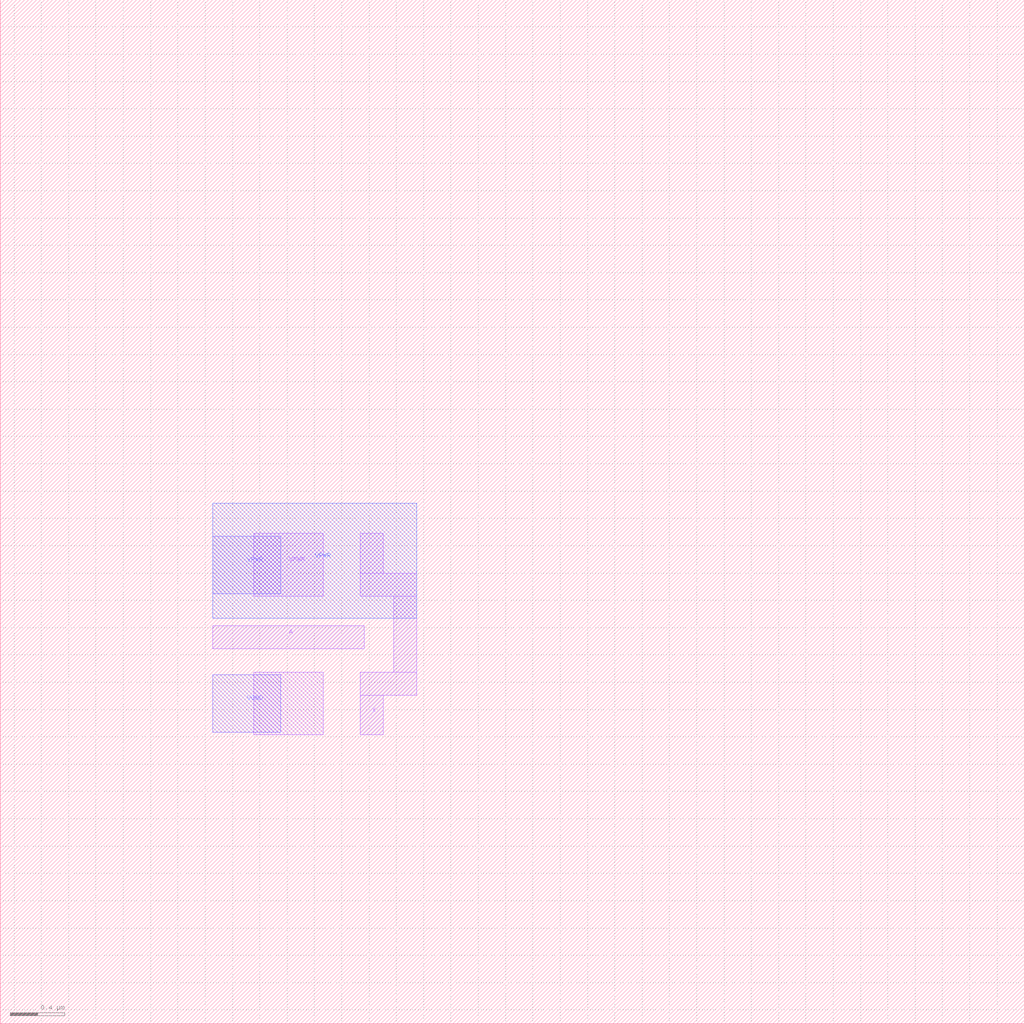
<source format=lef>
VERSION 5.7 ;
  NOWIREEXTENSIONATPIN ON ;
  DIVIDERCHAR "/" ;
  BUSBITCHARS "[]" ;
MACRO invering_buffer
  CLASS BLOCK ;
  FOREIGN invering_buffer ;
  ORIGIN 2.500 2.500 ;
  SIZE 7.500 BY 7.500 ;
  PIN A
    ANTENNAGATEAREA 0.126000 ;
    PORT
      LAYER li1 ;
        RECT -0.945 0.245 0.165 0.415 ;
    END
  END A
  PIN X
    ANTENNADIFFAREA 0.243600 ;
    PORT
      LAYER li1 ;
        RECT 0.135 0.800 0.305 1.090 ;
        RECT 0.135 0.630 0.550 0.800 ;
        RECT 0.380 0.075 0.550 0.630 ;
        RECT 0.135 -0.095 0.550 0.075 ;
        RECT 0.135 -0.385 0.305 -0.095 ;
    END
  END X
  PIN VGND
    USE GROUND ;
    PORT
      LAYER met1 ;
        RECT -0.945 -0.365 -0.445 0.055 ;
    END
  END VGND
  PIN VPWR
    USE POWER ;
    PORT
      LAYER nwell ;
        RECT -0.945 0.470 0.550 1.310 ;
      LAYER li1 ;
        RECT -0.645 0.630 -0.135 1.090 ;
      LAYER met1 ;
        RECT -0.945 0.650 -0.445 1.070 ;
    END
  END VPWR
  OBS
      LAYER li1 ;
        RECT -0.645 -0.385 -0.135 0.075 ;
  END
END invering_buffer
END LIBRARY


</source>
